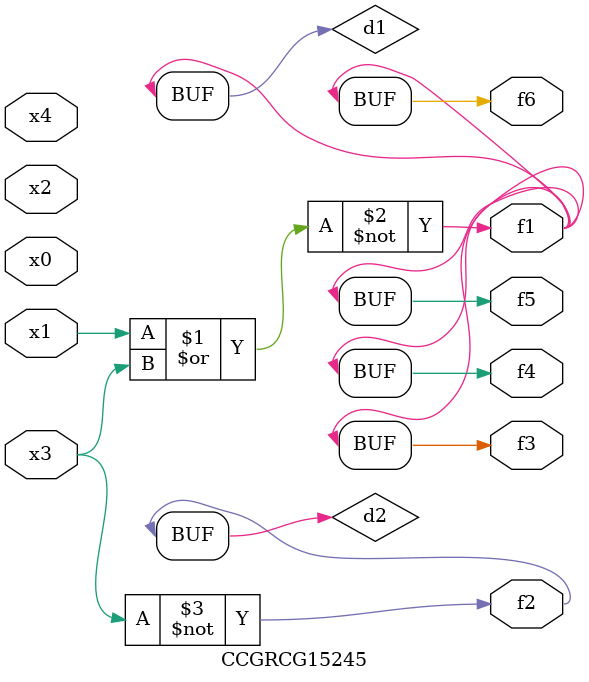
<source format=v>
module CCGRCG15245(
	input x0, x1, x2, x3, x4,
	output f1, f2, f3, f4, f5, f6
);

	wire d1, d2;

	nor (d1, x1, x3);
	not (d2, x3);
	assign f1 = d1;
	assign f2 = d2;
	assign f3 = d1;
	assign f4 = d1;
	assign f5 = d1;
	assign f6 = d1;
endmodule

</source>
